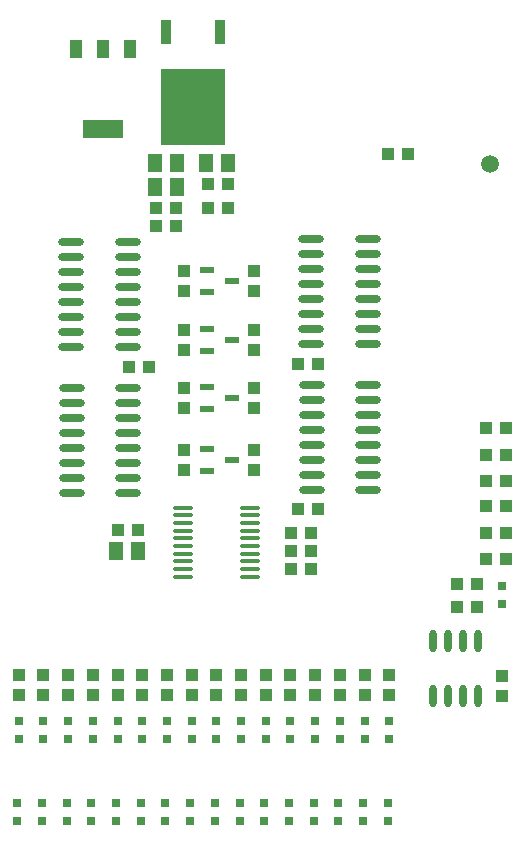
<source format=gtp>
%FSDAX24Y24*%
%MOIN*%
%SFA1B1*%

%IPPOS*%
%ADD10R,0.043300X0.039400*%
%ADD11R,0.039400X0.043300*%
%ADD12R,0.051200X0.059100*%
%ADD13R,0.031500X0.031500*%
%ADD14R,0.051200X0.023600*%
%ADD15O,0.086600X0.023600*%
%ADD16O,0.023600X0.074800*%
%ADD17O,0.070900X0.013800*%
%ADD18R,0.037400X0.082700*%
%ADD19R,0.216500X0.255900*%
%ADD20R,0.043300X0.061000*%
%ADD21R,0.043300X0.061000*%
%ADD22R,0.135800X0.061000*%
%ADD23C,0.059100*%
%LNde-260124-1*%
%LPD*%
G54D10*
X024015Y024400D03*
X024685D03*
X024015Y029250D03*
X024685D03*
X023765Y022400D03*
X024435D03*
X019935Y033850D03*
X019265D03*
X018685Y023700D03*
X018015D03*
X023765Y023000D03*
X024435D03*
X023765Y023600D03*
X024435D03*
X019035Y029150D03*
X018365D03*
X021685Y034450D03*
X021015D03*
X021685Y035250D03*
X021015D03*
X027015Y036250D03*
X027685D03*
X019265Y034450D03*
X019935D03*
X030265Y027100D03*
X030935D03*
X030265Y026200D03*
X030935D03*
X030265Y025350D03*
X030935D03*
X030265Y024500D03*
X030935D03*
X030265Y023600D03*
X030935D03*
X030265Y022750D03*
X030935D03*
X029985Y021150D03*
X029315D03*
X029985Y021900D03*
X029315D03*
G54D11*
X030800Y018165D03*
Y018835D03*
X015523Y018885D03*
Y018215D03*
X016347Y018885D03*
Y018215D03*
X017170Y018885D03*
Y018215D03*
X017993Y018885D03*
Y018215D03*
X018817Y018885D03*
Y018215D03*
X019640Y018885D03*
Y018215D03*
X020463Y018885D03*
Y018215D03*
X021287Y018885D03*
Y018215D03*
X022110Y018885D03*
Y018215D03*
X022933Y018885D03*
Y018215D03*
X023757Y018885D03*
Y018215D03*
X024580Y018885D03*
Y018215D03*
X025403Y018885D03*
Y018215D03*
X026227Y018885D03*
Y018215D03*
X027050Y018885D03*
Y018215D03*
X022550Y031665D03*
Y032335D03*
X020200Y031665D03*
Y032335D03*
Y029715D03*
Y030385D03*
X022550Y029715D03*
Y030385D03*
Y025715D03*
Y026385D03*
X020200Y025715D03*
Y026385D03*
X014700Y018885D03*
Y018215D03*
X022550Y028435D03*
Y027765D03*
X020200Y028435D03*
Y027765D03*
G54D12*
X018674Y023000D03*
X017926D03*
X020926Y035950D03*
X021674D03*
X019974Y035150D03*
X019226D03*
X019974Y035950D03*
X019226D03*
G54D13*
X014700Y017345D03*
Y016755D03*
X015523Y017345D03*
Y016755D03*
X016347Y017345D03*
Y016755D03*
X017170Y017345D03*
Y016755D03*
X017993Y017345D03*
Y016755D03*
X018817Y017345D03*
Y016755D03*
X019640Y017345D03*
Y016755D03*
X020463Y017345D03*
Y016755D03*
X021287Y017345D03*
Y016755D03*
X022100Y017345D03*
Y016755D03*
X022933Y017345D03*
Y016755D03*
X023757Y017345D03*
Y016755D03*
X024580Y017345D03*
Y016755D03*
X025403Y017345D03*
Y016755D03*
X026227Y017345D03*
Y016755D03*
X027050Y017345D03*
Y016755D03*
X027000Y014005D03*
Y014595D03*
X026177Y014005D03*
Y014595D03*
X025353Y014005D03*
Y014595D03*
X024530Y014005D03*
Y014595D03*
X023707Y014005D03*
Y014595D03*
X022883Y014005D03*
Y014595D03*
X022060Y014005D03*
Y014595D03*
X021237Y014005D03*
Y014595D03*
X020413Y014005D03*
Y014595D03*
X019590Y014005D03*
Y014595D03*
X018767Y014005D03*
Y014595D03*
X017943Y014005D03*
Y014595D03*
X030800Y021255D03*
Y021845D03*
X017120Y014005D03*
Y014595D03*
X016297Y014005D03*
Y014595D03*
X015473Y014005D03*
Y014595D03*
X014650Y014009D03*
Y014600D03*
G54D14*
X020987Y032374D03*
Y031626D03*
X021813Y032000D03*
X020973Y026424D03*
Y025676D03*
X021800Y026050D03*
X020987Y030424D03*
Y029676D03*
X021813Y030050D03*
X020973Y028474D03*
Y027726D03*
X021800Y028100D03*
G54D15*
X024460Y028550D03*
Y028050D03*
Y027550D03*
Y027050D03*
Y026550D03*
Y026050D03*
Y025550D03*
Y025050D03*
X026350Y028550D03*
Y028050D03*
Y027550D03*
Y027050D03*
Y026550D03*
Y026050D03*
Y025550D03*
Y025050D03*
X024450Y033400D03*
Y032900D03*
Y032400D03*
Y031900D03*
Y031400D03*
Y030900D03*
Y030400D03*
Y029900D03*
X026340Y033400D03*
Y032900D03*
Y032400D03*
Y031900D03*
Y031400D03*
Y030900D03*
Y030400D03*
Y029900D03*
X018345Y029804D03*
Y030304D03*
Y030804D03*
Y031304D03*
Y031804D03*
Y032304D03*
Y032804D03*
Y033304D03*
X016455Y029804D03*
Y030304D03*
Y030804D03*
Y031304D03*
Y031804D03*
Y032304D03*
Y032804D03*
Y033304D03*
X018350Y024954D03*
Y025454D03*
Y025954D03*
Y026454D03*
Y026954D03*
Y027454D03*
Y027954D03*
Y028454D03*
X016460Y024954D03*
Y025454D03*
Y025954D03*
Y026454D03*
Y026954D03*
Y027454D03*
Y027954D03*
Y028454D03*
G54D16*
X028500Y018175D03*
X029000D03*
X029500D03*
X030000D03*
X028500Y020025D03*
X029000D03*
X029500D03*
X030000D03*
G54D17*
X022422Y022148D03*
Y022404D03*
Y022660D03*
Y022916D03*
Y023172D03*
Y023428D03*
Y023684D03*
Y023940D03*
Y024196D03*
Y024452D03*
X020178Y022148D03*
Y022404D03*
Y022660D03*
Y022916D03*
Y023172D03*
Y023428D03*
Y023684D03*
Y023940D03*
Y024196D03*
Y024452D03*
G54D18*
X021400Y040300D03*
X019605D03*
G54D19*
X020502Y037820D03*
G54D20*
X018405Y039729D03*
G54D21*
X017500Y039729D03*
X016594D03*
G54D22*
X017500Y037071D03*
G54D23*
X030400Y035900D03*
M02*
</source>
